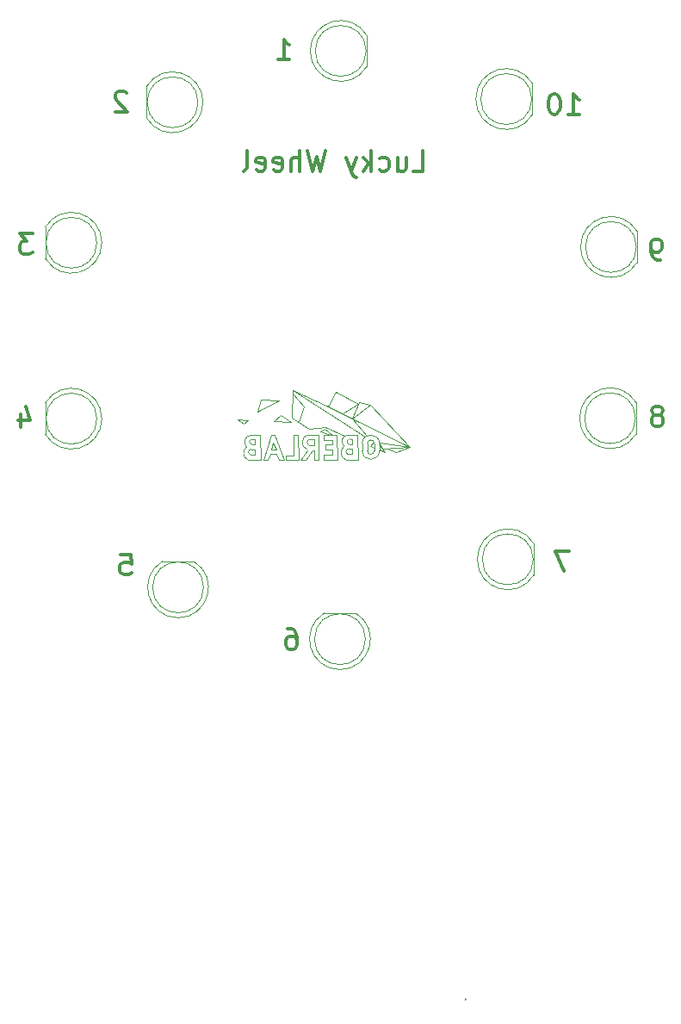
<source format=gbr>
%TF.GenerationSoftware,KiCad,Pcbnew,8.0.1*%
%TF.CreationDate,2024-04-02T10:16:43+02:00*%
%TF.ProjectId,GluecksraD,476c7565-636b-4737-9261-442e6b696361,rev?*%
%TF.SameCoordinates,Original*%
%TF.FileFunction,Legend,Bot*%
%TF.FilePolarity,Positive*%
%FSLAX46Y46*%
G04 Gerber Fmt 4.6, Leading zero omitted, Abs format (unit mm)*
G04 Created by KiCad (PCBNEW 8.0.1) date 2024-04-02 10:16:43*
%MOMM*%
%LPD*%
G01*
G04 APERTURE LIST*
%ADD10C,0.300000*%
%ADD11C,0.050000*%
%ADD12C,0.120000*%
%ADD13C,0.010000*%
G04 APERTURE END LIST*
D10*
X79701905Y-58749638D02*
X80654286Y-58749638D01*
X80654286Y-58749638D02*
X80654286Y-56749638D01*
X78178095Y-57416304D02*
X78178095Y-58749638D01*
X79035238Y-57416304D02*
X79035238Y-58463923D01*
X79035238Y-58463923D02*
X78940000Y-58654400D01*
X78940000Y-58654400D02*
X78749524Y-58749638D01*
X78749524Y-58749638D02*
X78463809Y-58749638D01*
X78463809Y-58749638D02*
X78273333Y-58654400D01*
X78273333Y-58654400D02*
X78178095Y-58559161D01*
X76368571Y-58654400D02*
X76559047Y-58749638D01*
X76559047Y-58749638D02*
X76940000Y-58749638D01*
X76940000Y-58749638D02*
X77130476Y-58654400D01*
X77130476Y-58654400D02*
X77225714Y-58559161D01*
X77225714Y-58559161D02*
X77320952Y-58368685D01*
X77320952Y-58368685D02*
X77320952Y-57797257D01*
X77320952Y-57797257D02*
X77225714Y-57606780D01*
X77225714Y-57606780D02*
X77130476Y-57511542D01*
X77130476Y-57511542D02*
X76940000Y-57416304D01*
X76940000Y-57416304D02*
X76559047Y-57416304D01*
X76559047Y-57416304D02*
X76368571Y-57511542D01*
X75511428Y-58749638D02*
X75511428Y-56749638D01*
X75320952Y-57987733D02*
X74749523Y-58749638D01*
X74749523Y-57416304D02*
X75511428Y-58178209D01*
X74082856Y-57416304D02*
X73606666Y-58749638D01*
X73130475Y-57416304D02*
X73606666Y-58749638D01*
X73606666Y-58749638D02*
X73797142Y-59225828D01*
X73797142Y-59225828D02*
X73892380Y-59321066D01*
X73892380Y-59321066D02*
X74082856Y-59416304D01*
X71035236Y-56749638D02*
X70559046Y-58749638D01*
X70559046Y-58749638D02*
X70178093Y-57321066D01*
X70178093Y-57321066D02*
X69797141Y-58749638D01*
X69797141Y-58749638D02*
X69320951Y-56749638D01*
X68559046Y-58749638D02*
X68559046Y-56749638D01*
X67701903Y-58749638D02*
X67701903Y-57702019D01*
X67701903Y-57702019D02*
X67797141Y-57511542D01*
X67797141Y-57511542D02*
X67987617Y-57416304D01*
X67987617Y-57416304D02*
X68273332Y-57416304D01*
X68273332Y-57416304D02*
X68463808Y-57511542D01*
X68463808Y-57511542D02*
X68559046Y-57606780D01*
X65987617Y-58654400D02*
X66178093Y-58749638D01*
X66178093Y-58749638D02*
X66559046Y-58749638D01*
X66559046Y-58749638D02*
X66749522Y-58654400D01*
X66749522Y-58654400D02*
X66844760Y-58463923D01*
X66844760Y-58463923D02*
X66844760Y-57702019D01*
X66844760Y-57702019D02*
X66749522Y-57511542D01*
X66749522Y-57511542D02*
X66559046Y-57416304D01*
X66559046Y-57416304D02*
X66178093Y-57416304D01*
X66178093Y-57416304D02*
X65987617Y-57511542D01*
X65987617Y-57511542D02*
X65892379Y-57702019D01*
X65892379Y-57702019D02*
X65892379Y-57892495D01*
X65892379Y-57892495D02*
X66844760Y-58082971D01*
X64273331Y-58654400D02*
X64463807Y-58749638D01*
X64463807Y-58749638D02*
X64844760Y-58749638D01*
X64844760Y-58749638D02*
X65035236Y-58654400D01*
X65035236Y-58654400D02*
X65130474Y-58463923D01*
X65130474Y-58463923D02*
X65130474Y-57702019D01*
X65130474Y-57702019D02*
X65035236Y-57511542D01*
X65035236Y-57511542D02*
X64844760Y-57416304D01*
X64844760Y-57416304D02*
X64463807Y-57416304D01*
X64463807Y-57416304D02*
X64273331Y-57511542D01*
X64273331Y-57511542D02*
X64178093Y-57702019D01*
X64178093Y-57702019D02*
X64178093Y-57892495D01*
X64178093Y-57892495D02*
X65130474Y-58082971D01*
X63035236Y-58749638D02*
X63225712Y-58654400D01*
X63225712Y-58654400D02*
X63320950Y-58463923D01*
X63320950Y-58463923D02*
X63320950Y-56749638D01*
X66388571Y-47799638D02*
X67531428Y-47799638D01*
X66960000Y-47799638D02*
X66960000Y-45799638D01*
X66960000Y-45799638D02*
X67150476Y-46085352D01*
X67150476Y-46085352D02*
X67340952Y-46275828D01*
X67340952Y-46275828D02*
X67531428Y-46371066D01*
X51521428Y-51100114D02*
X51426190Y-51004876D01*
X51426190Y-51004876D02*
X51235714Y-50909638D01*
X51235714Y-50909638D02*
X50759523Y-50909638D01*
X50759523Y-50909638D02*
X50569047Y-51004876D01*
X50569047Y-51004876D02*
X50473809Y-51100114D01*
X50473809Y-51100114D02*
X50378571Y-51290590D01*
X50378571Y-51290590D02*
X50378571Y-51481066D01*
X50378571Y-51481066D02*
X50473809Y-51766780D01*
X50473809Y-51766780D02*
X51616666Y-52909638D01*
X51616666Y-52909638D02*
X50378571Y-52909638D01*
X42236666Y-64909638D02*
X40998571Y-64909638D01*
X40998571Y-64909638D02*
X41665238Y-65671542D01*
X41665238Y-65671542D02*
X41379523Y-65671542D01*
X41379523Y-65671542D02*
X41189047Y-65766780D01*
X41189047Y-65766780D02*
X41093809Y-65862019D01*
X41093809Y-65862019D02*
X40998571Y-66052495D01*
X40998571Y-66052495D02*
X40998571Y-66528685D01*
X40998571Y-66528685D02*
X41093809Y-66719161D01*
X41093809Y-66719161D02*
X41189047Y-66814400D01*
X41189047Y-66814400D02*
X41379523Y-66909638D01*
X41379523Y-66909638D02*
X41950952Y-66909638D01*
X41950952Y-66909638D02*
X42141428Y-66814400D01*
X42141428Y-66814400D02*
X42236666Y-66719161D01*
X41089047Y-82626304D02*
X41089047Y-83959638D01*
X41565238Y-81864400D02*
X42041428Y-83292971D01*
X42041428Y-83292971D02*
X40803333Y-83292971D01*
X50943809Y-96449638D02*
X51896190Y-96449638D01*
X51896190Y-96449638D02*
X51991428Y-97402019D01*
X51991428Y-97402019D02*
X51896190Y-97306780D01*
X51896190Y-97306780D02*
X51705714Y-97211542D01*
X51705714Y-97211542D02*
X51229523Y-97211542D01*
X51229523Y-97211542D02*
X51039047Y-97306780D01*
X51039047Y-97306780D02*
X50943809Y-97402019D01*
X50943809Y-97402019D02*
X50848571Y-97592495D01*
X50848571Y-97592495D02*
X50848571Y-98068685D01*
X50848571Y-98068685D02*
X50943809Y-98259161D01*
X50943809Y-98259161D02*
X51039047Y-98354400D01*
X51039047Y-98354400D02*
X51229523Y-98449638D01*
X51229523Y-98449638D02*
X51705714Y-98449638D01*
X51705714Y-98449638D02*
X51896190Y-98354400D01*
X51896190Y-98354400D02*
X51991428Y-98259161D01*
X67339047Y-103749638D02*
X67720000Y-103749638D01*
X67720000Y-103749638D02*
X67910476Y-103844876D01*
X67910476Y-103844876D02*
X68005714Y-103940114D01*
X68005714Y-103940114D02*
X68196190Y-104225828D01*
X68196190Y-104225828D02*
X68291428Y-104606780D01*
X68291428Y-104606780D02*
X68291428Y-105368685D01*
X68291428Y-105368685D02*
X68196190Y-105559161D01*
X68196190Y-105559161D02*
X68100952Y-105654400D01*
X68100952Y-105654400D02*
X67910476Y-105749638D01*
X67910476Y-105749638D02*
X67529523Y-105749638D01*
X67529523Y-105749638D02*
X67339047Y-105654400D01*
X67339047Y-105654400D02*
X67243809Y-105559161D01*
X67243809Y-105559161D02*
X67148571Y-105368685D01*
X67148571Y-105368685D02*
X67148571Y-104892495D01*
X67148571Y-104892495D02*
X67243809Y-104702019D01*
X67243809Y-104702019D02*
X67339047Y-104606780D01*
X67339047Y-104606780D02*
X67529523Y-104511542D01*
X67529523Y-104511542D02*
X67910476Y-104511542D01*
X67910476Y-104511542D02*
X68100952Y-104606780D01*
X68100952Y-104606780D02*
X68196190Y-104702019D01*
X68196190Y-104702019D02*
X68291428Y-104892495D01*
X95006666Y-96079638D02*
X93673333Y-96079638D01*
X93673333Y-96079638D02*
X94530476Y-98079638D01*
X103910476Y-82716780D02*
X104100952Y-82621542D01*
X104100952Y-82621542D02*
X104196190Y-82526304D01*
X104196190Y-82526304D02*
X104291428Y-82335828D01*
X104291428Y-82335828D02*
X104291428Y-82240590D01*
X104291428Y-82240590D02*
X104196190Y-82050114D01*
X104196190Y-82050114D02*
X104100952Y-81954876D01*
X104100952Y-81954876D02*
X103910476Y-81859638D01*
X103910476Y-81859638D02*
X103529523Y-81859638D01*
X103529523Y-81859638D02*
X103339047Y-81954876D01*
X103339047Y-81954876D02*
X103243809Y-82050114D01*
X103243809Y-82050114D02*
X103148571Y-82240590D01*
X103148571Y-82240590D02*
X103148571Y-82335828D01*
X103148571Y-82335828D02*
X103243809Y-82526304D01*
X103243809Y-82526304D02*
X103339047Y-82621542D01*
X103339047Y-82621542D02*
X103529523Y-82716780D01*
X103529523Y-82716780D02*
X103910476Y-82716780D01*
X103910476Y-82716780D02*
X104100952Y-82812019D01*
X104100952Y-82812019D02*
X104196190Y-82907257D01*
X104196190Y-82907257D02*
X104291428Y-83097733D01*
X104291428Y-83097733D02*
X104291428Y-83478685D01*
X104291428Y-83478685D02*
X104196190Y-83669161D01*
X104196190Y-83669161D02*
X104100952Y-83764400D01*
X104100952Y-83764400D02*
X103910476Y-83859638D01*
X103910476Y-83859638D02*
X103529523Y-83859638D01*
X103529523Y-83859638D02*
X103339047Y-83764400D01*
X103339047Y-83764400D02*
X103243809Y-83669161D01*
X103243809Y-83669161D02*
X103148571Y-83478685D01*
X103148571Y-83478685D02*
X103148571Y-83097733D01*
X103148571Y-83097733D02*
X103243809Y-82907257D01*
X103243809Y-82907257D02*
X103339047Y-82812019D01*
X103339047Y-82812019D02*
X103529523Y-82716780D01*
X104000952Y-67469638D02*
X103620000Y-67469638D01*
X103620000Y-67469638D02*
X103429523Y-67374400D01*
X103429523Y-67374400D02*
X103334285Y-67279161D01*
X103334285Y-67279161D02*
X103143809Y-66993447D01*
X103143809Y-66993447D02*
X103048571Y-66612495D01*
X103048571Y-66612495D02*
X103048571Y-65850590D01*
X103048571Y-65850590D02*
X103143809Y-65660114D01*
X103143809Y-65660114D02*
X103239047Y-65564876D01*
X103239047Y-65564876D02*
X103429523Y-65469638D01*
X103429523Y-65469638D02*
X103810476Y-65469638D01*
X103810476Y-65469638D02*
X104000952Y-65564876D01*
X104000952Y-65564876D02*
X104096190Y-65660114D01*
X104096190Y-65660114D02*
X104191428Y-65850590D01*
X104191428Y-65850590D02*
X104191428Y-66326780D01*
X104191428Y-66326780D02*
X104096190Y-66517257D01*
X104096190Y-66517257D02*
X104000952Y-66612495D01*
X104000952Y-66612495D02*
X103810476Y-66707733D01*
X103810476Y-66707733D02*
X103429523Y-66707733D01*
X103429523Y-66707733D02*
X103239047Y-66612495D01*
X103239047Y-66612495D02*
X103143809Y-66517257D01*
X103143809Y-66517257D02*
X103048571Y-66326780D01*
X94910952Y-53169638D02*
X96053809Y-53169638D01*
X95482381Y-53169638D02*
X95482381Y-51169638D01*
X95482381Y-51169638D02*
X95672857Y-51455352D01*
X95672857Y-51455352D02*
X95863333Y-51645828D01*
X95863333Y-51645828D02*
X96053809Y-51741066D01*
X93672857Y-51169638D02*
X93482380Y-51169638D01*
X93482380Y-51169638D02*
X93291904Y-51264876D01*
X93291904Y-51264876D02*
X93196666Y-51360114D01*
X93196666Y-51360114D02*
X93101428Y-51550590D01*
X93101428Y-51550590D02*
X93006190Y-51931542D01*
X93006190Y-51931542D02*
X93006190Y-52407733D01*
X93006190Y-52407733D02*
X93101428Y-52788685D01*
X93101428Y-52788685D02*
X93196666Y-52979161D01*
X93196666Y-52979161D02*
X93291904Y-53074400D01*
X93291904Y-53074400D02*
X93482380Y-53169638D01*
X93482380Y-53169638D02*
X93672857Y-53169638D01*
X93672857Y-53169638D02*
X93863333Y-53074400D01*
X93863333Y-53074400D02*
X93958571Y-52979161D01*
X93958571Y-52979161D02*
X94053809Y-52788685D01*
X94053809Y-52788685D02*
X94149047Y-52407733D01*
X94149047Y-52407733D02*
X94149047Y-51931542D01*
X94149047Y-51931542D02*
X94053809Y-51550590D01*
X94053809Y-51550590D02*
X93958571Y-51360114D01*
X93958571Y-51360114D02*
X93863333Y-51264876D01*
X93863333Y-51264876D02*
X93672857Y-51169638D01*
D11*
%TO.C,G\u002A\u002A\u002A*%
X62425000Y-83142000D02*
X63000000Y-83617000D01*
X63000000Y-83617000D02*
X63425000Y-83292000D01*
X63425000Y-83292000D02*
X62425000Y-83142000D01*
D12*
X63750000Y-84730605D02*
X64650000Y-84717000D01*
X64149999Y-86112050D02*
X63749999Y-86112050D01*
X64150000Y-85117000D02*
X63900000Y-85117000D01*
X64150000Y-85167000D02*
X64150000Y-85617000D01*
X64150000Y-85617000D02*
X63850000Y-85617000D01*
X64150000Y-86117000D02*
X64150000Y-86617000D01*
X64150000Y-86617000D02*
X63700000Y-86617000D01*
D11*
X64375000Y-82417000D02*
X64725000Y-81242000D01*
D12*
X64650000Y-84717000D02*
X64700000Y-87167000D01*
X64700000Y-87167000D02*
X63500000Y-87167000D01*
D11*
X64725000Y-81242000D02*
X66525000Y-81292000D01*
D12*
X64975000Y-87167000D02*
X65750000Y-84717000D01*
X65375000Y-87167000D02*
X64975000Y-87167000D01*
X65625000Y-86567000D02*
X65375000Y-87167000D01*
X65700000Y-86167000D02*
X65925000Y-85417000D01*
X65750000Y-84717000D02*
X66075000Y-84717000D01*
X65925000Y-85417000D02*
X66200000Y-86167000D01*
D11*
X65950000Y-83342000D02*
X67625000Y-83442000D01*
D12*
X66075000Y-84717000D02*
X66975000Y-87167000D01*
X66200000Y-86167000D02*
X65700000Y-86167000D01*
X66225000Y-86567000D02*
X65625000Y-86567000D01*
X66475000Y-87167000D02*
X66225000Y-86567000D01*
X66475000Y-87167000D02*
X66975000Y-87167000D01*
D11*
X66525000Y-81292000D02*
X64375000Y-82417000D01*
X66650000Y-82767000D02*
X65950000Y-83342000D01*
D12*
X67150000Y-86692000D02*
X67150000Y-87142000D01*
X67150000Y-87142000D02*
X68400000Y-87142000D01*
D11*
X67650000Y-83442000D02*
X66650000Y-82767000D01*
X67800000Y-82992000D02*
X69425000Y-84117000D01*
X67850000Y-80667000D02*
X68975000Y-81892000D01*
X67875000Y-80267000D02*
X67800000Y-82992000D01*
D12*
X67900000Y-86692000D02*
X67150000Y-86692000D01*
X67925000Y-84692000D02*
X67900000Y-86692000D01*
X68375000Y-84692000D02*
X67925000Y-84692000D01*
X68400000Y-87142000D02*
X68375000Y-84692000D01*
X68575000Y-87142000D02*
X69275000Y-86192000D01*
X68675000Y-87142000D02*
X68575000Y-87142000D01*
D11*
X68975000Y-81892000D02*
X68400000Y-83392000D01*
D12*
X69075000Y-87142000D02*
X68675000Y-87142000D01*
X69316269Y-84686594D02*
X70425000Y-84692000D01*
D11*
X69425000Y-84117000D02*
X71100000Y-83892000D01*
D12*
X69475000Y-85142000D02*
X69925000Y-85142000D01*
X69825000Y-86192000D02*
X69075000Y-87142000D01*
X69925000Y-85142000D02*
X69925000Y-85692000D01*
X69925000Y-85692000D02*
X69425000Y-85692000D01*
X69975000Y-86192000D02*
X69825000Y-86192000D01*
X69975000Y-87142000D02*
X69975000Y-86192000D01*
X70425000Y-84692000D02*
X70425000Y-87142000D01*
X70425000Y-87142000D02*
X69975000Y-87142000D01*
D11*
X70575000Y-84342000D02*
X71550000Y-84692000D01*
D12*
X70875000Y-84692000D02*
X72175000Y-84692000D01*
X70875000Y-85192000D02*
X70875000Y-84692000D01*
X70875000Y-86642000D02*
X71725000Y-86642000D01*
X70875000Y-87142000D02*
X70875000Y-86642000D01*
D11*
X70975000Y-84067000D02*
X70575000Y-84342000D01*
D12*
X71075000Y-85642000D02*
X71725000Y-85642000D01*
X71075000Y-86092000D02*
X71075000Y-85642000D01*
D11*
X71100000Y-83892000D02*
X72925000Y-84792000D01*
X71350000Y-81892000D02*
X67875000Y-80267000D01*
X71350000Y-81892000D02*
X73675000Y-83042000D01*
D12*
X71725000Y-85192000D02*
X70875000Y-85192000D01*
X71725000Y-85642000D02*
X71725000Y-85192000D01*
X71725000Y-86092000D02*
X71075000Y-86092000D01*
X71725000Y-86642000D02*
X71725000Y-86092000D01*
D11*
X71750000Y-84667000D02*
X70975000Y-84067000D01*
X72100000Y-80467000D02*
X71350000Y-81892000D01*
X72100000Y-80467000D02*
X74300000Y-81642000D01*
D12*
X72125000Y-87142000D02*
X70875000Y-87142000D01*
X72175000Y-84692000D02*
X72225000Y-87142000D01*
X72225000Y-87142000D02*
X72125000Y-87142000D01*
X73325000Y-84705605D02*
X74225000Y-84692000D01*
D11*
X73675000Y-83042000D02*
X75150000Y-84767000D01*
X73675000Y-83042000D02*
X79325000Y-85892000D01*
D12*
X73724999Y-86087050D02*
X73324999Y-86087050D01*
X73725000Y-85092000D02*
X73475000Y-85092000D01*
X73725000Y-85142000D02*
X73725000Y-85592000D01*
X73725000Y-85592000D02*
X73425000Y-85592000D01*
X73725000Y-86092000D02*
X73725000Y-86592000D01*
X73725000Y-86592000D02*
X73275000Y-86592000D01*
X74225000Y-84692000D02*
X74275000Y-87142000D01*
X74275000Y-87142000D02*
X73075000Y-87142000D01*
D11*
X74300000Y-81642000D02*
X72725000Y-82542000D01*
X74400000Y-81467000D02*
X73675000Y-83042000D01*
D12*
X74675000Y-85542000D02*
X74675000Y-86242000D01*
D11*
X74975000Y-84867000D02*
X67875000Y-80267000D01*
D12*
X75175000Y-85542000D02*
X75175000Y-86192000D01*
D11*
X75425000Y-81717000D02*
X73675000Y-83042000D01*
X75425000Y-81717000D02*
X74400000Y-81467000D01*
X75500000Y-85792000D02*
X75875000Y-85967000D01*
X75825000Y-85392000D02*
X75500000Y-85792000D01*
D12*
X75875000Y-85542000D02*
X75875000Y-86242000D01*
D11*
X76375000Y-86142000D02*
X76925000Y-86417000D01*
D12*
X76375000Y-86242000D02*
X76375000Y-85542000D01*
D11*
X76425000Y-85417000D02*
X76650000Y-86042000D01*
X76650000Y-86042000D02*
X79325000Y-85892000D01*
X76925000Y-86417000D02*
X76350000Y-85617000D01*
X78000000Y-86367000D02*
X77175000Y-86017000D01*
X79325000Y-85892000D02*
X75425000Y-81717000D01*
X79325000Y-85892000D02*
X76425000Y-85417000D01*
X79325000Y-85892000D02*
X78000000Y-86367000D01*
D12*
X63300001Y-85816999D02*
G75*
G02*
X63750000Y-84730606I449999J449999D01*
G01*
X63500001Y-87166998D02*
G75*
G02*
X63323744Y-85858064I249998J699998D01*
G01*
X63700001Y-86616998D02*
G75*
G02*
X63749999Y-86112051I49999J249998D01*
G01*
X63850000Y-85617000D02*
G75*
G02*
X63910634Y-85124464I0J250000D01*
G01*
X69300001Y-86141998D02*
G75*
G02*
X69316269Y-84686595I249999J724998D01*
G01*
X69425001Y-85691998D02*
G75*
G02*
X69425001Y-85142002I124999J274998D01*
G01*
X72875001Y-85791999D02*
G75*
G02*
X73325000Y-84705606I449999J449999D01*
G01*
X73075001Y-87141998D02*
G75*
G02*
X72898744Y-85833064I249998J699998D01*
G01*
X73275001Y-86591998D02*
G75*
G02*
X73324999Y-86087051I49999J249998D01*
G01*
X73425000Y-85592000D02*
G75*
G02*
X73485634Y-85099464I0J250000D01*
G01*
X74675000Y-85542000D02*
G75*
G02*
X76375000Y-85542000I850000J0D01*
G01*
X75175000Y-85542000D02*
G75*
G02*
X75875000Y-85542000I350000J0D01*
G01*
X75875000Y-86242000D02*
G75*
G02*
X75175000Y-86242000I-350000J0D01*
G01*
X76375000Y-86242000D02*
G75*
G02*
X74675000Y-86242000I-850000J0D01*
G01*
D13*
X84872361Y-140137226D02*
X84808542Y-140201045D01*
X84744723Y-140137226D01*
X84808542Y-140073407D01*
X84872361Y-140137226D01*
G36*
X84872361Y-140137226D02*
G01*
X84808542Y-140201045D01*
X84744723Y-140137226D01*
X84808542Y-140073407D01*
X84872361Y-140137226D01*
G37*
D12*
%TO.C,1*%
X75120000Y-45395000D02*
X75120000Y-48485000D01*
X75119999Y-48484830D02*
G75*
G02*
X69570001Y-46939538I-2559999J1544830D01*
G01*
X69570000Y-46940462D02*
G75*
G02*
X75120000Y-45395170I2990000J462D01*
G01*
X75060000Y-46940000D02*
G75*
G02*
X70060000Y-46940000I-2500000J0D01*
G01*
X70060000Y-46940000D02*
G75*
G02*
X75060000Y-46940000I2500000J0D01*
G01*
%TO.C,2*%
X91400000Y-50125000D02*
X91400000Y-53215000D01*
X91399999Y-53214830D02*
G75*
G02*
X85850001Y-51669538I-2559999J1544830D01*
G01*
X85850000Y-51670462D02*
G75*
G02*
X91400000Y-50125170I2990000J462D01*
G01*
X91340000Y-51670000D02*
G75*
G02*
X86340000Y-51670000I-2500000J0D01*
G01*
X86340000Y-51670000D02*
G75*
G02*
X91340000Y-51670000I2500000J0D01*
G01*
%TO.C,3*%
X101700000Y-64665000D02*
X101700000Y-67755000D01*
X101699999Y-67754830D02*
G75*
G02*
X96150001Y-66209538I-2559999J1544830D01*
G01*
X96150000Y-66210462D02*
G75*
G02*
X101700000Y-64665170I2990000J462D01*
G01*
X101640000Y-66210000D02*
G75*
G02*
X96640000Y-66210000I-2500000J0D01*
G01*
X96640000Y-66210000D02*
G75*
G02*
X101640000Y-66210000I2500000J0D01*
G01*
%TO.C,4*%
X101610000Y-81505000D02*
X101610000Y-84595000D01*
X101609999Y-84594830D02*
G75*
G02*
X96060001Y-83049538I-2559999J1544830D01*
G01*
X96060000Y-83050462D02*
G75*
G02*
X101610000Y-81505170I2990000J462D01*
G01*
X101550000Y-83050000D02*
G75*
G02*
X96550000Y-83050000I-2500000J0D01*
G01*
X96550000Y-83050000D02*
G75*
G02*
X101550000Y-83050000I2500000J0D01*
G01*
%TO.C,5*%
X91550000Y-95375000D02*
X91550000Y-98465000D01*
X91549999Y-98464830D02*
G75*
G02*
X86000001Y-96919538I-2559999J1544830D01*
G01*
X86000000Y-96920462D02*
G75*
G02*
X91550000Y-95375170I2990000J462D01*
G01*
X91490000Y-96920000D02*
G75*
G02*
X86490000Y-96920000I-2500000J0D01*
G01*
X86490000Y-96920000D02*
G75*
G02*
X91490000Y-96920000I2500000J0D01*
G01*
%TO.C,6*%
X70945000Y-102210000D02*
X74035000Y-102210000D01*
X74034830Y-102210001D02*
G75*
G02*
X72489538Y-107759999I-1544830J-2559999D01*
G01*
X72490462Y-107760000D02*
G75*
G02*
X70945170Y-102210000I-462J2990000D01*
G01*
X74990000Y-104770000D02*
G75*
G02*
X69990000Y-104770000I-2500000J0D01*
G01*
X69990000Y-104770000D02*
G75*
G02*
X74990000Y-104770000I2500000J0D01*
G01*
%TO.C,7*%
X55025000Y-97120000D02*
X58115000Y-97120000D01*
X58114830Y-97120001D02*
G75*
G02*
X56569538Y-102669999I-1544830J-2559999D01*
G01*
X56570462Y-102670000D02*
G75*
G02*
X55025170Y-97120000I-462J2990000D01*
G01*
X59070000Y-99680000D02*
G75*
G02*
X54070000Y-99680000I-2500000J0D01*
G01*
X54070000Y-99680000D02*
G75*
G02*
X59070000Y-99680000I2500000J0D01*
G01*
%TO.C,8*%
X43520000Y-84635000D02*
X43520000Y-81545000D01*
X43520001Y-81545170D02*
G75*
G02*
X49069999Y-83090462I2559999J-1544830D01*
G01*
X49070000Y-83089538D02*
G75*
G02*
X43520000Y-84634830I-2990000J-462D01*
G01*
X48580000Y-83090000D02*
G75*
G02*
X43580000Y-83090000I-2500000J0D01*
G01*
X43580000Y-83090000D02*
G75*
G02*
X48580000Y-83090000I2500000J0D01*
G01*
%TO.C,9*%
X43520000Y-67345000D02*
X43520000Y-64255000D01*
X43520001Y-64255170D02*
G75*
G02*
X49069999Y-65800462I2559999J-1544830D01*
G01*
X49070000Y-65799538D02*
G75*
G02*
X43520000Y-67344830I-2990000J-462D01*
G01*
X48580000Y-65800000D02*
G75*
G02*
X43580000Y-65800000I-2500000J0D01*
G01*
X43580000Y-65800000D02*
G75*
G02*
X48580000Y-65800000I2500000J0D01*
G01*
%TO.C,10*%
X53470000Y-53535000D02*
X53470000Y-50445000D01*
X53470001Y-50445170D02*
G75*
G02*
X59019999Y-51990462I2559999J-1544830D01*
G01*
X59020000Y-51989538D02*
G75*
G02*
X53470000Y-53534830I-2990000J-462D01*
G01*
X58530000Y-51990000D02*
G75*
G02*
X53530000Y-51990000I-2500000J0D01*
G01*
X53530000Y-51990000D02*
G75*
G02*
X58530000Y-51990000I2500000J0D01*
G01*
%TD*%
M02*

</source>
